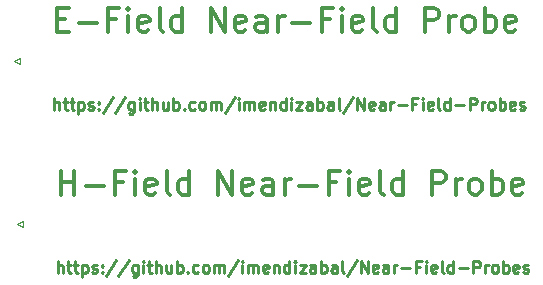
<source format=gbr>
%TF.GenerationSoftware,KiCad,Pcbnew,9.0.0*%
%TF.CreationDate,2025-03-22T15:43:37+01:00*%
%TF.ProjectId,Near-Field Probes,4e656172-2d46-4696-956c-642050726f62,1.0*%
%TF.SameCoordinates,Original*%
%TF.FileFunction,Legend,Top*%
%TF.FilePolarity,Positive*%
%FSLAX46Y46*%
G04 Gerber Fmt 4.6, Leading zero omitted, Abs format (unit mm)*
G04 Created by KiCad (PCBNEW 9.0.0) date 2025-03-22 15:43:37*
%MOMM*%
%LPD*%
G01*
G04 APERTURE LIST*
%ADD10C,0.300000*%
%ADD11C,0.250000*%
%ADD12C,0.120000*%
G04 APERTURE END LIST*
D10*
X59673558Y-114139638D02*
X59673558Y-112139638D01*
X59673558Y-113092019D02*
X60816415Y-113092019D01*
X60816415Y-114139638D02*
X60816415Y-112139638D01*
X61768796Y-113377733D02*
X63292606Y-113377733D01*
X64911653Y-113092019D02*
X64244986Y-113092019D01*
X64244986Y-114139638D02*
X64244986Y-112139638D01*
X64244986Y-112139638D02*
X65197367Y-112139638D01*
X65959272Y-114139638D02*
X65959272Y-112806304D01*
X65959272Y-112139638D02*
X65864034Y-112234876D01*
X65864034Y-112234876D02*
X65959272Y-112330114D01*
X65959272Y-112330114D02*
X66054510Y-112234876D01*
X66054510Y-112234876D02*
X65959272Y-112139638D01*
X65959272Y-112139638D02*
X65959272Y-112330114D01*
X67673558Y-114044400D02*
X67483082Y-114139638D01*
X67483082Y-114139638D02*
X67102129Y-114139638D01*
X67102129Y-114139638D02*
X66911653Y-114044400D01*
X66911653Y-114044400D02*
X66816415Y-113853923D01*
X66816415Y-113853923D02*
X66816415Y-113092019D01*
X66816415Y-113092019D02*
X66911653Y-112901542D01*
X66911653Y-112901542D02*
X67102129Y-112806304D01*
X67102129Y-112806304D02*
X67483082Y-112806304D01*
X67483082Y-112806304D02*
X67673558Y-112901542D01*
X67673558Y-112901542D02*
X67768796Y-113092019D01*
X67768796Y-113092019D02*
X67768796Y-113282495D01*
X67768796Y-113282495D02*
X66816415Y-113472971D01*
X68911653Y-114139638D02*
X68721177Y-114044400D01*
X68721177Y-114044400D02*
X68625939Y-113853923D01*
X68625939Y-113853923D02*
X68625939Y-112139638D01*
X70530701Y-114139638D02*
X70530701Y-112139638D01*
X70530701Y-114044400D02*
X70340225Y-114139638D01*
X70340225Y-114139638D02*
X69959272Y-114139638D01*
X69959272Y-114139638D02*
X69768796Y-114044400D01*
X69768796Y-114044400D02*
X69673558Y-113949161D01*
X69673558Y-113949161D02*
X69578320Y-113758685D01*
X69578320Y-113758685D02*
X69578320Y-113187257D01*
X69578320Y-113187257D02*
X69673558Y-112996780D01*
X69673558Y-112996780D02*
X69768796Y-112901542D01*
X69768796Y-112901542D02*
X69959272Y-112806304D01*
X69959272Y-112806304D02*
X70340225Y-112806304D01*
X70340225Y-112806304D02*
X70530701Y-112901542D01*
X73006892Y-114139638D02*
X73006892Y-112139638D01*
X73006892Y-112139638D02*
X74149749Y-114139638D01*
X74149749Y-114139638D02*
X74149749Y-112139638D01*
X75864035Y-114044400D02*
X75673559Y-114139638D01*
X75673559Y-114139638D02*
X75292606Y-114139638D01*
X75292606Y-114139638D02*
X75102130Y-114044400D01*
X75102130Y-114044400D02*
X75006892Y-113853923D01*
X75006892Y-113853923D02*
X75006892Y-113092019D01*
X75006892Y-113092019D02*
X75102130Y-112901542D01*
X75102130Y-112901542D02*
X75292606Y-112806304D01*
X75292606Y-112806304D02*
X75673559Y-112806304D01*
X75673559Y-112806304D02*
X75864035Y-112901542D01*
X75864035Y-112901542D02*
X75959273Y-113092019D01*
X75959273Y-113092019D02*
X75959273Y-113282495D01*
X75959273Y-113282495D02*
X75006892Y-113472971D01*
X77673559Y-114139638D02*
X77673559Y-113092019D01*
X77673559Y-113092019D02*
X77578321Y-112901542D01*
X77578321Y-112901542D02*
X77387845Y-112806304D01*
X77387845Y-112806304D02*
X77006892Y-112806304D01*
X77006892Y-112806304D02*
X76816416Y-112901542D01*
X77673559Y-114044400D02*
X77483083Y-114139638D01*
X77483083Y-114139638D02*
X77006892Y-114139638D01*
X77006892Y-114139638D02*
X76816416Y-114044400D01*
X76816416Y-114044400D02*
X76721178Y-113853923D01*
X76721178Y-113853923D02*
X76721178Y-113663447D01*
X76721178Y-113663447D02*
X76816416Y-113472971D01*
X76816416Y-113472971D02*
X77006892Y-113377733D01*
X77006892Y-113377733D02*
X77483083Y-113377733D01*
X77483083Y-113377733D02*
X77673559Y-113282495D01*
X78625940Y-114139638D02*
X78625940Y-112806304D01*
X78625940Y-113187257D02*
X78721178Y-112996780D01*
X78721178Y-112996780D02*
X78816416Y-112901542D01*
X78816416Y-112901542D02*
X79006892Y-112806304D01*
X79006892Y-112806304D02*
X79197369Y-112806304D01*
X79864035Y-113377733D02*
X81387845Y-113377733D01*
X83006892Y-113092019D02*
X82340225Y-113092019D01*
X82340225Y-114139638D02*
X82340225Y-112139638D01*
X82340225Y-112139638D02*
X83292606Y-112139638D01*
X84054511Y-114139638D02*
X84054511Y-112806304D01*
X84054511Y-112139638D02*
X83959273Y-112234876D01*
X83959273Y-112234876D02*
X84054511Y-112330114D01*
X84054511Y-112330114D02*
X84149749Y-112234876D01*
X84149749Y-112234876D02*
X84054511Y-112139638D01*
X84054511Y-112139638D02*
X84054511Y-112330114D01*
X85768797Y-114044400D02*
X85578321Y-114139638D01*
X85578321Y-114139638D02*
X85197368Y-114139638D01*
X85197368Y-114139638D02*
X85006892Y-114044400D01*
X85006892Y-114044400D02*
X84911654Y-113853923D01*
X84911654Y-113853923D02*
X84911654Y-113092019D01*
X84911654Y-113092019D02*
X85006892Y-112901542D01*
X85006892Y-112901542D02*
X85197368Y-112806304D01*
X85197368Y-112806304D02*
X85578321Y-112806304D01*
X85578321Y-112806304D02*
X85768797Y-112901542D01*
X85768797Y-112901542D02*
X85864035Y-113092019D01*
X85864035Y-113092019D02*
X85864035Y-113282495D01*
X85864035Y-113282495D02*
X84911654Y-113472971D01*
X87006892Y-114139638D02*
X86816416Y-114044400D01*
X86816416Y-114044400D02*
X86721178Y-113853923D01*
X86721178Y-113853923D02*
X86721178Y-112139638D01*
X88625940Y-114139638D02*
X88625940Y-112139638D01*
X88625940Y-114044400D02*
X88435464Y-114139638D01*
X88435464Y-114139638D02*
X88054511Y-114139638D01*
X88054511Y-114139638D02*
X87864035Y-114044400D01*
X87864035Y-114044400D02*
X87768797Y-113949161D01*
X87768797Y-113949161D02*
X87673559Y-113758685D01*
X87673559Y-113758685D02*
X87673559Y-113187257D01*
X87673559Y-113187257D02*
X87768797Y-112996780D01*
X87768797Y-112996780D02*
X87864035Y-112901542D01*
X87864035Y-112901542D02*
X88054511Y-112806304D01*
X88054511Y-112806304D02*
X88435464Y-112806304D01*
X88435464Y-112806304D02*
X88625940Y-112901542D01*
X91102131Y-114139638D02*
X91102131Y-112139638D01*
X91102131Y-112139638D02*
X91864036Y-112139638D01*
X91864036Y-112139638D02*
X92054512Y-112234876D01*
X92054512Y-112234876D02*
X92149750Y-112330114D01*
X92149750Y-112330114D02*
X92244988Y-112520590D01*
X92244988Y-112520590D02*
X92244988Y-112806304D01*
X92244988Y-112806304D02*
X92149750Y-112996780D01*
X92149750Y-112996780D02*
X92054512Y-113092019D01*
X92054512Y-113092019D02*
X91864036Y-113187257D01*
X91864036Y-113187257D02*
X91102131Y-113187257D01*
X93102131Y-114139638D02*
X93102131Y-112806304D01*
X93102131Y-113187257D02*
X93197369Y-112996780D01*
X93197369Y-112996780D02*
X93292607Y-112901542D01*
X93292607Y-112901542D02*
X93483083Y-112806304D01*
X93483083Y-112806304D02*
X93673560Y-112806304D01*
X94625940Y-114139638D02*
X94435464Y-114044400D01*
X94435464Y-114044400D02*
X94340226Y-113949161D01*
X94340226Y-113949161D02*
X94244988Y-113758685D01*
X94244988Y-113758685D02*
X94244988Y-113187257D01*
X94244988Y-113187257D02*
X94340226Y-112996780D01*
X94340226Y-112996780D02*
X94435464Y-112901542D01*
X94435464Y-112901542D02*
X94625940Y-112806304D01*
X94625940Y-112806304D02*
X94911655Y-112806304D01*
X94911655Y-112806304D02*
X95102131Y-112901542D01*
X95102131Y-112901542D02*
X95197369Y-112996780D01*
X95197369Y-112996780D02*
X95292607Y-113187257D01*
X95292607Y-113187257D02*
X95292607Y-113758685D01*
X95292607Y-113758685D02*
X95197369Y-113949161D01*
X95197369Y-113949161D02*
X95102131Y-114044400D01*
X95102131Y-114044400D02*
X94911655Y-114139638D01*
X94911655Y-114139638D02*
X94625940Y-114139638D01*
X96149750Y-114139638D02*
X96149750Y-112139638D01*
X96149750Y-112901542D02*
X96340226Y-112806304D01*
X96340226Y-112806304D02*
X96721179Y-112806304D01*
X96721179Y-112806304D02*
X96911655Y-112901542D01*
X96911655Y-112901542D02*
X97006893Y-112996780D01*
X97006893Y-112996780D02*
X97102131Y-113187257D01*
X97102131Y-113187257D02*
X97102131Y-113758685D01*
X97102131Y-113758685D02*
X97006893Y-113949161D01*
X97006893Y-113949161D02*
X96911655Y-114044400D01*
X96911655Y-114044400D02*
X96721179Y-114139638D01*
X96721179Y-114139638D02*
X96340226Y-114139638D01*
X96340226Y-114139638D02*
X96149750Y-114044400D01*
X98721179Y-114044400D02*
X98530703Y-114139638D01*
X98530703Y-114139638D02*
X98149750Y-114139638D01*
X98149750Y-114139638D02*
X97959274Y-114044400D01*
X97959274Y-114044400D02*
X97864036Y-113853923D01*
X97864036Y-113853923D02*
X97864036Y-113092019D01*
X97864036Y-113092019D02*
X97959274Y-112901542D01*
X97959274Y-112901542D02*
X98149750Y-112806304D01*
X98149750Y-112806304D02*
X98530703Y-112806304D01*
X98530703Y-112806304D02*
X98721179Y-112901542D01*
X98721179Y-112901542D02*
X98816417Y-113092019D01*
X98816417Y-113092019D02*
X98816417Y-113282495D01*
X98816417Y-113282495D02*
X97864036Y-113472971D01*
D11*
X59102568Y-106964619D02*
X59102568Y-105964619D01*
X59531139Y-106964619D02*
X59531139Y-106440809D01*
X59531139Y-106440809D02*
X59483520Y-106345571D01*
X59483520Y-106345571D02*
X59388282Y-106297952D01*
X59388282Y-106297952D02*
X59245425Y-106297952D01*
X59245425Y-106297952D02*
X59150187Y-106345571D01*
X59150187Y-106345571D02*
X59102568Y-106393190D01*
X59864473Y-106297952D02*
X60245425Y-106297952D01*
X60007330Y-105964619D02*
X60007330Y-106821761D01*
X60007330Y-106821761D02*
X60054949Y-106917000D01*
X60054949Y-106917000D02*
X60150187Y-106964619D01*
X60150187Y-106964619D02*
X60245425Y-106964619D01*
X60435902Y-106297952D02*
X60816854Y-106297952D01*
X60578759Y-105964619D02*
X60578759Y-106821761D01*
X60578759Y-106821761D02*
X60626378Y-106917000D01*
X60626378Y-106917000D02*
X60721616Y-106964619D01*
X60721616Y-106964619D02*
X60816854Y-106964619D01*
X61150188Y-106297952D02*
X61150188Y-107297952D01*
X61150188Y-106345571D02*
X61245426Y-106297952D01*
X61245426Y-106297952D02*
X61435902Y-106297952D01*
X61435902Y-106297952D02*
X61531140Y-106345571D01*
X61531140Y-106345571D02*
X61578759Y-106393190D01*
X61578759Y-106393190D02*
X61626378Y-106488428D01*
X61626378Y-106488428D02*
X61626378Y-106774142D01*
X61626378Y-106774142D02*
X61578759Y-106869380D01*
X61578759Y-106869380D02*
X61531140Y-106917000D01*
X61531140Y-106917000D02*
X61435902Y-106964619D01*
X61435902Y-106964619D02*
X61245426Y-106964619D01*
X61245426Y-106964619D02*
X61150188Y-106917000D01*
X62007331Y-106917000D02*
X62102569Y-106964619D01*
X62102569Y-106964619D02*
X62293045Y-106964619D01*
X62293045Y-106964619D02*
X62388283Y-106917000D01*
X62388283Y-106917000D02*
X62435902Y-106821761D01*
X62435902Y-106821761D02*
X62435902Y-106774142D01*
X62435902Y-106774142D02*
X62388283Y-106678904D01*
X62388283Y-106678904D02*
X62293045Y-106631285D01*
X62293045Y-106631285D02*
X62150188Y-106631285D01*
X62150188Y-106631285D02*
X62054950Y-106583666D01*
X62054950Y-106583666D02*
X62007331Y-106488428D01*
X62007331Y-106488428D02*
X62007331Y-106440809D01*
X62007331Y-106440809D02*
X62054950Y-106345571D01*
X62054950Y-106345571D02*
X62150188Y-106297952D01*
X62150188Y-106297952D02*
X62293045Y-106297952D01*
X62293045Y-106297952D02*
X62388283Y-106345571D01*
X62864474Y-106869380D02*
X62912093Y-106917000D01*
X62912093Y-106917000D02*
X62864474Y-106964619D01*
X62864474Y-106964619D02*
X62816855Y-106917000D01*
X62816855Y-106917000D02*
X62864474Y-106869380D01*
X62864474Y-106869380D02*
X62864474Y-106964619D01*
X62864474Y-106345571D02*
X62912093Y-106393190D01*
X62912093Y-106393190D02*
X62864474Y-106440809D01*
X62864474Y-106440809D02*
X62816855Y-106393190D01*
X62816855Y-106393190D02*
X62864474Y-106345571D01*
X62864474Y-106345571D02*
X62864474Y-106440809D01*
X64054949Y-105917000D02*
X63197807Y-107202714D01*
X65102568Y-105917000D02*
X64245426Y-107202714D01*
X65864473Y-106297952D02*
X65864473Y-107107476D01*
X65864473Y-107107476D02*
X65816854Y-107202714D01*
X65816854Y-107202714D02*
X65769235Y-107250333D01*
X65769235Y-107250333D02*
X65673997Y-107297952D01*
X65673997Y-107297952D02*
X65531140Y-107297952D01*
X65531140Y-107297952D02*
X65435902Y-107250333D01*
X65864473Y-106917000D02*
X65769235Y-106964619D01*
X65769235Y-106964619D02*
X65578759Y-106964619D01*
X65578759Y-106964619D02*
X65483521Y-106917000D01*
X65483521Y-106917000D02*
X65435902Y-106869380D01*
X65435902Y-106869380D02*
X65388283Y-106774142D01*
X65388283Y-106774142D02*
X65388283Y-106488428D01*
X65388283Y-106488428D02*
X65435902Y-106393190D01*
X65435902Y-106393190D02*
X65483521Y-106345571D01*
X65483521Y-106345571D02*
X65578759Y-106297952D01*
X65578759Y-106297952D02*
X65769235Y-106297952D01*
X65769235Y-106297952D02*
X65864473Y-106345571D01*
X66340664Y-106964619D02*
X66340664Y-106297952D01*
X66340664Y-105964619D02*
X66293045Y-106012238D01*
X66293045Y-106012238D02*
X66340664Y-106059857D01*
X66340664Y-106059857D02*
X66388283Y-106012238D01*
X66388283Y-106012238D02*
X66340664Y-105964619D01*
X66340664Y-105964619D02*
X66340664Y-106059857D01*
X66673997Y-106297952D02*
X67054949Y-106297952D01*
X66816854Y-105964619D02*
X66816854Y-106821761D01*
X66816854Y-106821761D02*
X66864473Y-106917000D01*
X66864473Y-106917000D02*
X66959711Y-106964619D01*
X66959711Y-106964619D02*
X67054949Y-106964619D01*
X67388283Y-106964619D02*
X67388283Y-105964619D01*
X67816854Y-106964619D02*
X67816854Y-106440809D01*
X67816854Y-106440809D02*
X67769235Y-106345571D01*
X67769235Y-106345571D02*
X67673997Y-106297952D01*
X67673997Y-106297952D02*
X67531140Y-106297952D01*
X67531140Y-106297952D02*
X67435902Y-106345571D01*
X67435902Y-106345571D02*
X67388283Y-106393190D01*
X68721616Y-106297952D02*
X68721616Y-106964619D01*
X68293045Y-106297952D02*
X68293045Y-106821761D01*
X68293045Y-106821761D02*
X68340664Y-106917000D01*
X68340664Y-106917000D02*
X68435902Y-106964619D01*
X68435902Y-106964619D02*
X68578759Y-106964619D01*
X68578759Y-106964619D02*
X68673997Y-106917000D01*
X68673997Y-106917000D02*
X68721616Y-106869380D01*
X69197807Y-106964619D02*
X69197807Y-105964619D01*
X69197807Y-106345571D02*
X69293045Y-106297952D01*
X69293045Y-106297952D02*
X69483521Y-106297952D01*
X69483521Y-106297952D02*
X69578759Y-106345571D01*
X69578759Y-106345571D02*
X69626378Y-106393190D01*
X69626378Y-106393190D02*
X69673997Y-106488428D01*
X69673997Y-106488428D02*
X69673997Y-106774142D01*
X69673997Y-106774142D02*
X69626378Y-106869380D01*
X69626378Y-106869380D02*
X69578759Y-106917000D01*
X69578759Y-106917000D02*
X69483521Y-106964619D01*
X69483521Y-106964619D02*
X69293045Y-106964619D01*
X69293045Y-106964619D02*
X69197807Y-106917000D01*
X70102569Y-106869380D02*
X70150188Y-106917000D01*
X70150188Y-106917000D02*
X70102569Y-106964619D01*
X70102569Y-106964619D02*
X70054950Y-106917000D01*
X70054950Y-106917000D02*
X70102569Y-106869380D01*
X70102569Y-106869380D02*
X70102569Y-106964619D01*
X71007330Y-106917000D02*
X70912092Y-106964619D01*
X70912092Y-106964619D02*
X70721616Y-106964619D01*
X70721616Y-106964619D02*
X70626378Y-106917000D01*
X70626378Y-106917000D02*
X70578759Y-106869380D01*
X70578759Y-106869380D02*
X70531140Y-106774142D01*
X70531140Y-106774142D02*
X70531140Y-106488428D01*
X70531140Y-106488428D02*
X70578759Y-106393190D01*
X70578759Y-106393190D02*
X70626378Y-106345571D01*
X70626378Y-106345571D02*
X70721616Y-106297952D01*
X70721616Y-106297952D02*
X70912092Y-106297952D01*
X70912092Y-106297952D02*
X71007330Y-106345571D01*
X71578759Y-106964619D02*
X71483521Y-106917000D01*
X71483521Y-106917000D02*
X71435902Y-106869380D01*
X71435902Y-106869380D02*
X71388283Y-106774142D01*
X71388283Y-106774142D02*
X71388283Y-106488428D01*
X71388283Y-106488428D02*
X71435902Y-106393190D01*
X71435902Y-106393190D02*
X71483521Y-106345571D01*
X71483521Y-106345571D02*
X71578759Y-106297952D01*
X71578759Y-106297952D02*
X71721616Y-106297952D01*
X71721616Y-106297952D02*
X71816854Y-106345571D01*
X71816854Y-106345571D02*
X71864473Y-106393190D01*
X71864473Y-106393190D02*
X71912092Y-106488428D01*
X71912092Y-106488428D02*
X71912092Y-106774142D01*
X71912092Y-106774142D02*
X71864473Y-106869380D01*
X71864473Y-106869380D02*
X71816854Y-106917000D01*
X71816854Y-106917000D02*
X71721616Y-106964619D01*
X71721616Y-106964619D02*
X71578759Y-106964619D01*
X72340664Y-106964619D02*
X72340664Y-106297952D01*
X72340664Y-106393190D02*
X72388283Y-106345571D01*
X72388283Y-106345571D02*
X72483521Y-106297952D01*
X72483521Y-106297952D02*
X72626378Y-106297952D01*
X72626378Y-106297952D02*
X72721616Y-106345571D01*
X72721616Y-106345571D02*
X72769235Y-106440809D01*
X72769235Y-106440809D02*
X72769235Y-106964619D01*
X72769235Y-106440809D02*
X72816854Y-106345571D01*
X72816854Y-106345571D02*
X72912092Y-106297952D01*
X72912092Y-106297952D02*
X73054949Y-106297952D01*
X73054949Y-106297952D02*
X73150188Y-106345571D01*
X73150188Y-106345571D02*
X73197807Y-106440809D01*
X73197807Y-106440809D02*
X73197807Y-106964619D01*
X74388282Y-105917000D02*
X73531140Y-107202714D01*
X74721616Y-106964619D02*
X74721616Y-106297952D01*
X74721616Y-105964619D02*
X74673997Y-106012238D01*
X74673997Y-106012238D02*
X74721616Y-106059857D01*
X74721616Y-106059857D02*
X74769235Y-106012238D01*
X74769235Y-106012238D02*
X74721616Y-105964619D01*
X74721616Y-105964619D02*
X74721616Y-106059857D01*
X75197806Y-106964619D02*
X75197806Y-106297952D01*
X75197806Y-106393190D02*
X75245425Y-106345571D01*
X75245425Y-106345571D02*
X75340663Y-106297952D01*
X75340663Y-106297952D02*
X75483520Y-106297952D01*
X75483520Y-106297952D02*
X75578758Y-106345571D01*
X75578758Y-106345571D02*
X75626377Y-106440809D01*
X75626377Y-106440809D02*
X75626377Y-106964619D01*
X75626377Y-106440809D02*
X75673996Y-106345571D01*
X75673996Y-106345571D02*
X75769234Y-106297952D01*
X75769234Y-106297952D02*
X75912091Y-106297952D01*
X75912091Y-106297952D02*
X76007330Y-106345571D01*
X76007330Y-106345571D02*
X76054949Y-106440809D01*
X76054949Y-106440809D02*
X76054949Y-106964619D01*
X76912091Y-106917000D02*
X76816853Y-106964619D01*
X76816853Y-106964619D02*
X76626377Y-106964619D01*
X76626377Y-106964619D02*
X76531139Y-106917000D01*
X76531139Y-106917000D02*
X76483520Y-106821761D01*
X76483520Y-106821761D02*
X76483520Y-106440809D01*
X76483520Y-106440809D02*
X76531139Y-106345571D01*
X76531139Y-106345571D02*
X76626377Y-106297952D01*
X76626377Y-106297952D02*
X76816853Y-106297952D01*
X76816853Y-106297952D02*
X76912091Y-106345571D01*
X76912091Y-106345571D02*
X76959710Y-106440809D01*
X76959710Y-106440809D02*
X76959710Y-106536047D01*
X76959710Y-106536047D02*
X76483520Y-106631285D01*
X77388282Y-106297952D02*
X77388282Y-106964619D01*
X77388282Y-106393190D02*
X77435901Y-106345571D01*
X77435901Y-106345571D02*
X77531139Y-106297952D01*
X77531139Y-106297952D02*
X77673996Y-106297952D01*
X77673996Y-106297952D02*
X77769234Y-106345571D01*
X77769234Y-106345571D02*
X77816853Y-106440809D01*
X77816853Y-106440809D02*
X77816853Y-106964619D01*
X78721615Y-106964619D02*
X78721615Y-105964619D01*
X78721615Y-106917000D02*
X78626377Y-106964619D01*
X78626377Y-106964619D02*
X78435901Y-106964619D01*
X78435901Y-106964619D02*
X78340663Y-106917000D01*
X78340663Y-106917000D02*
X78293044Y-106869380D01*
X78293044Y-106869380D02*
X78245425Y-106774142D01*
X78245425Y-106774142D02*
X78245425Y-106488428D01*
X78245425Y-106488428D02*
X78293044Y-106393190D01*
X78293044Y-106393190D02*
X78340663Y-106345571D01*
X78340663Y-106345571D02*
X78435901Y-106297952D01*
X78435901Y-106297952D02*
X78626377Y-106297952D01*
X78626377Y-106297952D02*
X78721615Y-106345571D01*
X79197806Y-106964619D02*
X79197806Y-106297952D01*
X79197806Y-105964619D02*
X79150187Y-106012238D01*
X79150187Y-106012238D02*
X79197806Y-106059857D01*
X79197806Y-106059857D02*
X79245425Y-106012238D01*
X79245425Y-106012238D02*
X79197806Y-105964619D01*
X79197806Y-105964619D02*
X79197806Y-106059857D01*
X79578758Y-106297952D02*
X80102567Y-106297952D01*
X80102567Y-106297952D02*
X79578758Y-106964619D01*
X79578758Y-106964619D02*
X80102567Y-106964619D01*
X80912091Y-106964619D02*
X80912091Y-106440809D01*
X80912091Y-106440809D02*
X80864472Y-106345571D01*
X80864472Y-106345571D02*
X80769234Y-106297952D01*
X80769234Y-106297952D02*
X80578758Y-106297952D01*
X80578758Y-106297952D02*
X80483520Y-106345571D01*
X80912091Y-106917000D02*
X80816853Y-106964619D01*
X80816853Y-106964619D02*
X80578758Y-106964619D01*
X80578758Y-106964619D02*
X80483520Y-106917000D01*
X80483520Y-106917000D02*
X80435901Y-106821761D01*
X80435901Y-106821761D02*
X80435901Y-106726523D01*
X80435901Y-106726523D02*
X80483520Y-106631285D01*
X80483520Y-106631285D02*
X80578758Y-106583666D01*
X80578758Y-106583666D02*
X80816853Y-106583666D01*
X80816853Y-106583666D02*
X80912091Y-106536047D01*
X81388282Y-106964619D02*
X81388282Y-105964619D01*
X81388282Y-106345571D02*
X81483520Y-106297952D01*
X81483520Y-106297952D02*
X81673996Y-106297952D01*
X81673996Y-106297952D02*
X81769234Y-106345571D01*
X81769234Y-106345571D02*
X81816853Y-106393190D01*
X81816853Y-106393190D02*
X81864472Y-106488428D01*
X81864472Y-106488428D02*
X81864472Y-106774142D01*
X81864472Y-106774142D02*
X81816853Y-106869380D01*
X81816853Y-106869380D02*
X81769234Y-106917000D01*
X81769234Y-106917000D02*
X81673996Y-106964619D01*
X81673996Y-106964619D02*
X81483520Y-106964619D01*
X81483520Y-106964619D02*
X81388282Y-106917000D01*
X82721615Y-106964619D02*
X82721615Y-106440809D01*
X82721615Y-106440809D02*
X82673996Y-106345571D01*
X82673996Y-106345571D02*
X82578758Y-106297952D01*
X82578758Y-106297952D02*
X82388282Y-106297952D01*
X82388282Y-106297952D02*
X82293044Y-106345571D01*
X82721615Y-106917000D02*
X82626377Y-106964619D01*
X82626377Y-106964619D02*
X82388282Y-106964619D01*
X82388282Y-106964619D02*
X82293044Y-106917000D01*
X82293044Y-106917000D02*
X82245425Y-106821761D01*
X82245425Y-106821761D02*
X82245425Y-106726523D01*
X82245425Y-106726523D02*
X82293044Y-106631285D01*
X82293044Y-106631285D02*
X82388282Y-106583666D01*
X82388282Y-106583666D02*
X82626377Y-106583666D01*
X82626377Y-106583666D02*
X82721615Y-106536047D01*
X83340663Y-106964619D02*
X83245425Y-106917000D01*
X83245425Y-106917000D02*
X83197806Y-106821761D01*
X83197806Y-106821761D02*
X83197806Y-105964619D01*
X84435901Y-105917000D02*
X83578759Y-107202714D01*
X84769235Y-106964619D02*
X84769235Y-105964619D01*
X84769235Y-105964619D02*
X85340663Y-106964619D01*
X85340663Y-106964619D02*
X85340663Y-105964619D01*
X86197806Y-106917000D02*
X86102568Y-106964619D01*
X86102568Y-106964619D02*
X85912092Y-106964619D01*
X85912092Y-106964619D02*
X85816854Y-106917000D01*
X85816854Y-106917000D02*
X85769235Y-106821761D01*
X85769235Y-106821761D02*
X85769235Y-106440809D01*
X85769235Y-106440809D02*
X85816854Y-106345571D01*
X85816854Y-106345571D02*
X85912092Y-106297952D01*
X85912092Y-106297952D02*
X86102568Y-106297952D01*
X86102568Y-106297952D02*
X86197806Y-106345571D01*
X86197806Y-106345571D02*
X86245425Y-106440809D01*
X86245425Y-106440809D02*
X86245425Y-106536047D01*
X86245425Y-106536047D02*
X85769235Y-106631285D01*
X87102568Y-106964619D02*
X87102568Y-106440809D01*
X87102568Y-106440809D02*
X87054949Y-106345571D01*
X87054949Y-106345571D02*
X86959711Y-106297952D01*
X86959711Y-106297952D02*
X86769235Y-106297952D01*
X86769235Y-106297952D02*
X86673997Y-106345571D01*
X87102568Y-106917000D02*
X87007330Y-106964619D01*
X87007330Y-106964619D02*
X86769235Y-106964619D01*
X86769235Y-106964619D02*
X86673997Y-106917000D01*
X86673997Y-106917000D02*
X86626378Y-106821761D01*
X86626378Y-106821761D02*
X86626378Y-106726523D01*
X86626378Y-106726523D02*
X86673997Y-106631285D01*
X86673997Y-106631285D02*
X86769235Y-106583666D01*
X86769235Y-106583666D02*
X87007330Y-106583666D01*
X87007330Y-106583666D02*
X87102568Y-106536047D01*
X87578759Y-106964619D02*
X87578759Y-106297952D01*
X87578759Y-106488428D02*
X87626378Y-106393190D01*
X87626378Y-106393190D02*
X87673997Y-106345571D01*
X87673997Y-106345571D02*
X87769235Y-106297952D01*
X87769235Y-106297952D02*
X87864473Y-106297952D01*
X88197807Y-106583666D02*
X88959712Y-106583666D01*
X89769235Y-106440809D02*
X89435902Y-106440809D01*
X89435902Y-106964619D02*
X89435902Y-105964619D01*
X89435902Y-105964619D02*
X89912092Y-105964619D01*
X90293045Y-106964619D02*
X90293045Y-106297952D01*
X90293045Y-105964619D02*
X90245426Y-106012238D01*
X90245426Y-106012238D02*
X90293045Y-106059857D01*
X90293045Y-106059857D02*
X90340664Y-106012238D01*
X90340664Y-106012238D02*
X90293045Y-105964619D01*
X90293045Y-105964619D02*
X90293045Y-106059857D01*
X91150187Y-106917000D02*
X91054949Y-106964619D01*
X91054949Y-106964619D02*
X90864473Y-106964619D01*
X90864473Y-106964619D02*
X90769235Y-106917000D01*
X90769235Y-106917000D02*
X90721616Y-106821761D01*
X90721616Y-106821761D02*
X90721616Y-106440809D01*
X90721616Y-106440809D02*
X90769235Y-106345571D01*
X90769235Y-106345571D02*
X90864473Y-106297952D01*
X90864473Y-106297952D02*
X91054949Y-106297952D01*
X91054949Y-106297952D02*
X91150187Y-106345571D01*
X91150187Y-106345571D02*
X91197806Y-106440809D01*
X91197806Y-106440809D02*
X91197806Y-106536047D01*
X91197806Y-106536047D02*
X90721616Y-106631285D01*
X91769235Y-106964619D02*
X91673997Y-106917000D01*
X91673997Y-106917000D02*
X91626378Y-106821761D01*
X91626378Y-106821761D02*
X91626378Y-105964619D01*
X92578759Y-106964619D02*
X92578759Y-105964619D01*
X92578759Y-106917000D02*
X92483521Y-106964619D01*
X92483521Y-106964619D02*
X92293045Y-106964619D01*
X92293045Y-106964619D02*
X92197807Y-106917000D01*
X92197807Y-106917000D02*
X92150188Y-106869380D01*
X92150188Y-106869380D02*
X92102569Y-106774142D01*
X92102569Y-106774142D02*
X92102569Y-106488428D01*
X92102569Y-106488428D02*
X92150188Y-106393190D01*
X92150188Y-106393190D02*
X92197807Y-106345571D01*
X92197807Y-106345571D02*
X92293045Y-106297952D01*
X92293045Y-106297952D02*
X92483521Y-106297952D01*
X92483521Y-106297952D02*
X92578759Y-106345571D01*
X93054950Y-106583666D02*
X93816855Y-106583666D01*
X94293045Y-106964619D02*
X94293045Y-105964619D01*
X94293045Y-105964619D02*
X94673997Y-105964619D01*
X94673997Y-105964619D02*
X94769235Y-106012238D01*
X94769235Y-106012238D02*
X94816854Y-106059857D01*
X94816854Y-106059857D02*
X94864473Y-106155095D01*
X94864473Y-106155095D02*
X94864473Y-106297952D01*
X94864473Y-106297952D02*
X94816854Y-106393190D01*
X94816854Y-106393190D02*
X94769235Y-106440809D01*
X94769235Y-106440809D02*
X94673997Y-106488428D01*
X94673997Y-106488428D02*
X94293045Y-106488428D01*
X95293045Y-106964619D02*
X95293045Y-106297952D01*
X95293045Y-106488428D02*
X95340664Y-106393190D01*
X95340664Y-106393190D02*
X95388283Y-106345571D01*
X95388283Y-106345571D02*
X95483521Y-106297952D01*
X95483521Y-106297952D02*
X95578759Y-106297952D01*
X96054950Y-106964619D02*
X95959712Y-106917000D01*
X95959712Y-106917000D02*
X95912093Y-106869380D01*
X95912093Y-106869380D02*
X95864474Y-106774142D01*
X95864474Y-106774142D02*
X95864474Y-106488428D01*
X95864474Y-106488428D02*
X95912093Y-106393190D01*
X95912093Y-106393190D02*
X95959712Y-106345571D01*
X95959712Y-106345571D02*
X96054950Y-106297952D01*
X96054950Y-106297952D02*
X96197807Y-106297952D01*
X96197807Y-106297952D02*
X96293045Y-106345571D01*
X96293045Y-106345571D02*
X96340664Y-106393190D01*
X96340664Y-106393190D02*
X96388283Y-106488428D01*
X96388283Y-106488428D02*
X96388283Y-106774142D01*
X96388283Y-106774142D02*
X96340664Y-106869380D01*
X96340664Y-106869380D02*
X96293045Y-106917000D01*
X96293045Y-106917000D02*
X96197807Y-106964619D01*
X96197807Y-106964619D02*
X96054950Y-106964619D01*
X96816855Y-106964619D02*
X96816855Y-105964619D01*
X96816855Y-106345571D02*
X96912093Y-106297952D01*
X96912093Y-106297952D02*
X97102569Y-106297952D01*
X97102569Y-106297952D02*
X97197807Y-106345571D01*
X97197807Y-106345571D02*
X97245426Y-106393190D01*
X97245426Y-106393190D02*
X97293045Y-106488428D01*
X97293045Y-106488428D02*
X97293045Y-106774142D01*
X97293045Y-106774142D02*
X97245426Y-106869380D01*
X97245426Y-106869380D02*
X97197807Y-106917000D01*
X97197807Y-106917000D02*
X97102569Y-106964619D01*
X97102569Y-106964619D02*
X96912093Y-106964619D01*
X96912093Y-106964619D02*
X96816855Y-106917000D01*
X98102569Y-106917000D02*
X98007331Y-106964619D01*
X98007331Y-106964619D02*
X97816855Y-106964619D01*
X97816855Y-106964619D02*
X97721617Y-106917000D01*
X97721617Y-106917000D02*
X97673998Y-106821761D01*
X97673998Y-106821761D02*
X97673998Y-106440809D01*
X97673998Y-106440809D02*
X97721617Y-106345571D01*
X97721617Y-106345571D02*
X97816855Y-106297952D01*
X97816855Y-106297952D02*
X98007331Y-106297952D01*
X98007331Y-106297952D02*
X98102569Y-106345571D01*
X98102569Y-106345571D02*
X98150188Y-106440809D01*
X98150188Y-106440809D02*
X98150188Y-106536047D01*
X98150188Y-106536047D02*
X97673998Y-106631285D01*
X98531141Y-106917000D02*
X98626379Y-106964619D01*
X98626379Y-106964619D02*
X98816855Y-106964619D01*
X98816855Y-106964619D02*
X98912093Y-106917000D01*
X98912093Y-106917000D02*
X98959712Y-106821761D01*
X98959712Y-106821761D02*
X98959712Y-106774142D01*
X98959712Y-106774142D02*
X98912093Y-106678904D01*
X98912093Y-106678904D02*
X98816855Y-106631285D01*
X98816855Y-106631285D02*
X98673998Y-106631285D01*
X98673998Y-106631285D02*
X98578760Y-106583666D01*
X98578760Y-106583666D02*
X98531141Y-106488428D01*
X98531141Y-106488428D02*
X98531141Y-106440809D01*
X98531141Y-106440809D02*
X98578760Y-106345571D01*
X98578760Y-106345571D02*
X98673998Y-106297952D01*
X98673998Y-106297952D02*
X98816855Y-106297952D01*
X98816855Y-106297952D02*
X98912093Y-106345571D01*
X59402568Y-120764619D02*
X59402568Y-119764619D01*
X59831139Y-120764619D02*
X59831139Y-120240809D01*
X59831139Y-120240809D02*
X59783520Y-120145571D01*
X59783520Y-120145571D02*
X59688282Y-120097952D01*
X59688282Y-120097952D02*
X59545425Y-120097952D01*
X59545425Y-120097952D02*
X59450187Y-120145571D01*
X59450187Y-120145571D02*
X59402568Y-120193190D01*
X60164473Y-120097952D02*
X60545425Y-120097952D01*
X60307330Y-119764619D02*
X60307330Y-120621761D01*
X60307330Y-120621761D02*
X60354949Y-120717000D01*
X60354949Y-120717000D02*
X60450187Y-120764619D01*
X60450187Y-120764619D02*
X60545425Y-120764619D01*
X60735902Y-120097952D02*
X61116854Y-120097952D01*
X60878759Y-119764619D02*
X60878759Y-120621761D01*
X60878759Y-120621761D02*
X60926378Y-120717000D01*
X60926378Y-120717000D02*
X61021616Y-120764619D01*
X61021616Y-120764619D02*
X61116854Y-120764619D01*
X61450188Y-120097952D02*
X61450188Y-121097952D01*
X61450188Y-120145571D02*
X61545426Y-120097952D01*
X61545426Y-120097952D02*
X61735902Y-120097952D01*
X61735902Y-120097952D02*
X61831140Y-120145571D01*
X61831140Y-120145571D02*
X61878759Y-120193190D01*
X61878759Y-120193190D02*
X61926378Y-120288428D01*
X61926378Y-120288428D02*
X61926378Y-120574142D01*
X61926378Y-120574142D02*
X61878759Y-120669380D01*
X61878759Y-120669380D02*
X61831140Y-120717000D01*
X61831140Y-120717000D02*
X61735902Y-120764619D01*
X61735902Y-120764619D02*
X61545426Y-120764619D01*
X61545426Y-120764619D02*
X61450188Y-120717000D01*
X62307331Y-120717000D02*
X62402569Y-120764619D01*
X62402569Y-120764619D02*
X62593045Y-120764619D01*
X62593045Y-120764619D02*
X62688283Y-120717000D01*
X62688283Y-120717000D02*
X62735902Y-120621761D01*
X62735902Y-120621761D02*
X62735902Y-120574142D01*
X62735902Y-120574142D02*
X62688283Y-120478904D01*
X62688283Y-120478904D02*
X62593045Y-120431285D01*
X62593045Y-120431285D02*
X62450188Y-120431285D01*
X62450188Y-120431285D02*
X62354950Y-120383666D01*
X62354950Y-120383666D02*
X62307331Y-120288428D01*
X62307331Y-120288428D02*
X62307331Y-120240809D01*
X62307331Y-120240809D02*
X62354950Y-120145571D01*
X62354950Y-120145571D02*
X62450188Y-120097952D01*
X62450188Y-120097952D02*
X62593045Y-120097952D01*
X62593045Y-120097952D02*
X62688283Y-120145571D01*
X63164474Y-120669380D02*
X63212093Y-120717000D01*
X63212093Y-120717000D02*
X63164474Y-120764619D01*
X63164474Y-120764619D02*
X63116855Y-120717000D01*
X63116855Y-120717000D02*
X63164474Y-120669380D01*
X63164474Y-120669380D02*
X63164474Y-120764619D01*
X63164474Y-120145571D02*
X63212093Y-120193190D01*
X63212093Y-120193190D02*
X63164474Y-120240809D01*
X63164474Y-120240809D02*
X63116855Y-120193190D01*
X63116855Y-120193190D02*
X63164474Y-120145571D01*
X63164474Y-120145571D02*
X63164474Y-120240809D01*
X64354949Y-119717000D02*
X63497807Y-121002714D01*
X65402568Y-119717000D02*
X64545426Y-121002714D01*
X66164473Y-120097952D02*
X66164473Y-120907476D01*
X66164473Y-120907476D02*
X66116854Y-121002714D01*
X66116854Y-121002714D02*
X66069235Y-121050333D01*
X66069235Y-121050333D02*
X65973997Y-121097952D01*
X65973997Y-121097952D02*
X65831140Y-121097952D01*
X65831140Y-121097952D02*
X65735902Y-121050333D01*
X66164473Y-120717000D02*
X66069235Y-120764619D01*
X66069235Y-120764619D02*
X65878759Y-120764619D01*
X65878759Y-120764619D02*
X65783521Y-120717000D01*
X65783521Y-120717000D02*
X65735902Y-120669380D01*
X65735902Y-120669380D02*
X65688283Y-120574142D01*
X65688283Y-120574142D02*
X65688283Y-120288428D01*
X65688283Y-120288428D02*
X65735902Y-120193190D01*
X65735902Y-120193190D02*
X65783521Y-120145571D01*
X65783521Y-120145571D02*
X65878759Y-120097952D01*
X65878759Y-120097952D02*
X66069235Y-120097952D01*
X66069235Y-120097952D02*
X66164473Y-120145571D01*
X66640664Y-120764619D02*
X66640664Y-120097952D01*
X66640664Y-119764619D02*
X66593045Y-119812238D01*
X66593045Y-119812238D02*
X66640664Y-119859857D01*
X66640664Y-119859857D02*
X66688283Y-119812238D01*
X66688283Y-119812238D02*
X66640664Y-119764619D01*
X66640664Y-119764619D02*
X66640664Y-119859857D01*
X66973997Y-120097952D02*
X67354949Y-120097952D01*
X67116854Y-119764619D02*
X67116854Y-120621761D01*
X67116854Y-120621761D02*
X67164473Y-120717000D01*
X67164473Y-120717000D02*
X67259711Y-120764619D01*
X67259711Y-120764619D02*
X67354949Y-120764619D01*
X67688283Y-120764619D02*
X67688283Y-119764619D01*
X68116854Y-120764619D02*
X68116854Y-120240809D01*
X68116854Y-120240809D02*
X68069235Y-120145571D01*
X68069235Y-120145571D02*
X67973997Y-120097952D01*
X67973997Y-120097952D02*
X67831140Y-120097952D01*
X67831140Y-120097952D02*
X67735902Y-120145571D01*
X67735902Y-120145571D02*
X67688283Y-120193190D01*
X69021616Y-120097952D02*
X69021616Y-120764619D01*
X68593045Y-120097952D02*
X68593045Y-120621761D01*
X68593045Y-120621761D02*
X68640664Y-120717000D01*
X68640664Y-120717000D02*
X68735902Y-120764619D01*
X68735902Y-120764619D02*
X68878759Y-120764619D01*
X68878759Y-120764619D02*
X68973997Y-120717000D01*
X68973997Y-120717000D02*
X69021616Y-120669380D01*
X69497807Y-120764619D02*
X69497807Y-119764619D01*
X69497807Y-120145571D02*
X69593045Y-120097952D01*
X69593045Y-120097952D02*
X69783521Y-120097952D01*
X69783521Y-120097952D02*
X69878759Y-120145571D01*
X69878759Y-120145571D02*
X69926378Y-120193190D01*
X69926378Y-120193190D02*
X69973997Y-120288428D01*
X69973997Y-120288428D02*
X69973997Y-120574142D01*
X69973997Y-120574142D02*
X69926378Y-120669380D01*
X69926378Y-120669380D02*
X69878759Y-120717000D01*
X69878759Y-120717000D02*
X69783521Y-120764619D01*
X69783521Y-120764619D02*
X69593045Y-120764619D01*
X69593045Y-120764619D02*
X69497807Y-120717000D01*
X70402569Y-120669380D02*
X70450188Y-120717000D01*
X70450188Y-120717000D02*
X70402569Y-120764619D01*
X70402569Y-120764619D02*
X70354950Y-120717000D01*
X70354950Y-120717000D02*
X70402569Y-120669380D01*
X70402569Y-120669380D02*
X70402569Y-120764619D01*
X71307330Y-120717000D02*
X71212092Y-120764619D01*
X71212092Y-120764619D02*
X71021616Y-120764619D01*
X71021616Y-120764619D02*
X70926378Y-120717000D01*
X70926378Y-120717000D02*
X70878759Y-120669380D01*
X70878759Y-120669380D02*
X70831140Y-120574142D01*
X70831140Y-120574142D02*
X70831140Y-120288428D01*
X70831140Y-120288428D02*
X70878759Y-120193190D01*
X70878759Y-120193190D02*
X70926378Y-120145571D01*
X70926378Y-120145571D02*
X71021616Y-120097952D01*
X71021616Y-120097952D02*
X71212092Y-120097952D01*
X71212092Y-120097952D02*
X71307330Y-120145571D01*
X71878759Y-120764619D02*
X71783521Y-120717000D01*
X71783521Y-120717000D02*
X71735902Y-120669380D01*
X71735902Y-120669380D02*
X71688283Y-120574142D01*
X71688283Y-120574142D02*
X71688283Y-120288428D01*
X71688283Y-120288428D02*
X71735902Y-120193190D01*
X71735902Y-120193190D02*
X71783521Y-120145571D01*
X71783521Y-120145571D02*
X71878759Y-120097952D01*
X71878759Y-120097952D02*
X72021616Y-120097952D01*
X72021616Y-120097952D02*
X72116854Y-120145571D01*
X72116854Y-120145571D02*
X72164473Y-120193190D01*
X72164473Y-120193190D02*
X72212092Y-120288428D01*
X72212092Y-120288428D02*
X72212092Y-120574142D01*
X72212092Y-120574142D02*
X72164473Y-120669380D01*
X72164473Y-120669380D02*
X72116854Y-120717000D01*
X72116854Y-120717000D02*
X72021616Y-120764619D01*
X72021616Y-120764619D02*
X71878759Y-120764619D01*
X72640664Y-120764619D02*
X72640664Y-120097952D01*
X72640664Y-120193190D02*
X72688283Y-120145571D01*
X72688283Y-120145571D02*
X72783521Y-120097952D01*
X72783521Y-120097952D02*
X72926378Y-120097952D01*
X72926378Y-120097952D02*
X73021616Y-120145571D01*
X73021616Y-120145571D02*
X73069235Y-120240809D01*
X73069235Y-120240809D02*
X73069235Y-120764619D01*
X73069235Y-120240809D02*
X73116854Y-120145571D01*
X73116854Y-120145571D02*
X73212092Y-120097952D01*
X73212092Y-120097952D02*
X73354949Y-120097952D01*
X73354949Y-120097952D02*
X73450188Y-120145571D01*
X73450188Y-120145571D02*
X73497807Y-120240809D01*
X73497807Y-120240809D02*
X73497807Y-120764619D01*
X74688282Y-119717000D02*
X73831140Y-121002714D01*
X75021616Y-120764619D02*
X75021616Y-120097952D01*
X75021616Y-119764619D02*
X74973997Y-119812238D01*
X74973997Y-119812238D02*
X75021616Y-119859857D01*
X75021616Y-119859857D02*
X75069235Y-119812238D01*
X75069235Y-119812238D02*
X75021616Y-119764619D01*
X75021616Y-119764619D02*
X75021616Y-119859857D01*
X75497806Y-120764619D02*
X75497806Y-120097952D01*
X75497806Y-120193190D02*
X75545425Y-120145571D01*
X75545425Y-120145571D02*
X75640663Y-120097952D01*
X75640663Y-120097952D02*
X75783520Y-120097952D01*
X75783520Y-120097952D02*
X75878758Y-120145571D01*
X75878758Y-120145571D02*
X75926377Y-120240809D01*
X75926377Y-120240809D02*
X75926377Y-120764619D01*
X75926377Y-120240809D02*
X75973996Y-120145571D01*
X75973996Y-120145571D02*
X76069234Y-120097952D01*
X76069234Y-120097952D02*
X76212091Y-120097952D01*
X76212091Y-120097952D02*
X76307330Y-120145571D01*
X76307330Y-120145571D02*
X76354949Y-120240809D01*
X76354949Y-120240809D02*
X76354949Y-120764619D01*
X77212091Y-120717000D02*
X77116853Y-120764619D01*
X77116853Y-120764619D02*
X76926377Y-120764619D01*
X76926377Y-120764619D02*
X76831139Y-120717000D01*
X76831139Y-120717000D02*
X76783520Y-120621761D01*
X76783520Y-120621761D02*
X76783520Y-120240809D01*
X76783520Y-120240809D02*
X76831139Y-120145571D01*
X76831139Y-120145571D02*
X76926377Y-120097952D01*
X76926377Y-120097952D02*
X77116853Y-120097952D01*
X77116853Y-120097952D02*
X77212091Y-120145571D01*
X77212091Y-120145571D02*
X77259710Y-120240809D01*
X77259710Y-120240809D02*
X77259710Y-120336047D01*
X77259710Y-120336047D02*
X76783520Y-120431285D01*
X77688282Y-120097952D02*
X77688282Y-120764619D01*
X77688282Y-120193190D02*
X77735901Y-120145571D01*
X77735901Y-120145571D02*
X77831139Y-120097952D01*
X77831139Y-120097952D02*
X77973996Y-120097952D01*
X77973996Y-120097952D02*
X78069234Y-120145571D01*
X78069234Y-120145571D02*
X78116853Y-120240809D01*
X78116853Y-120240809D02*
X78116853Y-120764619D01*
X79021615Y-120764619D02*
X79021615Y-119764619D01*
X79021615Y-120717000D02*
X78926377Y-120764619D01*
X78926377Y-120764619D02*
X78735901Y-120764619D01*
X78735901Y-120764619D02*
X78640663Y-120717000D01*
X78640663Y-120717000D02*
X78593044Y-120669380D01*
X78593044Y-120669380D02*
X78545425Y-120574142D01*
X78545425Y-120574142D02*
X78545425Y-120288428D01*
X78545425Y-120288428D02*
X78593044Y-120193190D01*
X78593044Y-120193190D02*
X78640663Y-120145571D01*
X78640663Y-120145571D02*
X78735901Y-120097952D01*
X78735901Y-120097952D02*
X78926377Y-120097952D01*
X78926377Y-120097952D02*
X79021615Y-120145571D01*
X79497806Y-120764619D02*
X79497806Y-120097952D01*
X79497806Y-119764619D02*
X79450187Y-119812238D01*
X79450187Y-119812238D02*
X79497806Y-119859857D01*
X79497806Y-119859857D02*
X79545425Y-119812238D01*
X79545425Y-119812238D02*
X79497806Y-119764619D01*
X79497806Y-119764619D02*
X79497806Y-119859857D01*
X79878758Y-120097952D02*
X80402567Y-120097952D01*
X80402567Y-120097952D02*
X79878758Y-120764619D01*
X79878758Y-120764619D02*
X80402567Y-120764619D01*
X81212091Y-120764619D02*
X81212091Y-120240809D01*
X81212091Y-120240809D02*
X81164472Y-120145571D01*
X81164472Y-120145571D02*
X81069234Y-120097952D01*
X81069234Y-120097952D02*
X80878758Y-120097952D01*
X80878758Y-120097952D02*
X80783520Y-120145571D01*
X81212091Y-120717000D02*
X81116853Y-120764619D01*
X81116853Y-120764619D02*
X80878758Y-120764619D01*
X80878758Y-120764619D02*
X80783520Y-120717000D01*
X80783520Y-120717000D02*
X80735901Y-120621761D01*
X80735901Y-120621761D02*
X80735901Y-120526523D01*
X80735901Y-120526523D02*
X80783520Y-120431285D01*
X80783520Y-120431285D02*
X80878758Y-120383666D01*
X80878758Y-120383666D02*
X81116853Y-120383666D01*
X81116853Y-120383666D02*
X81212091Y-120336047D01*
X81688282Y-120764619D02*
X81688282Y-119764619D01*
X81688282Y-120145571D02*
X81783520Y-120097952D01*
X81783520Y-120097952D02*
X81973996Y-120097952D01*
X81973996Y-120097952D02*
X82069234Y-120145571D01*
X82069234Y-120145571D02*
X82116853Y-120193190D01*
X82116853Y-120193190D02*
X82164472Y-120288428D01*
X82164472Y-120288428D02*
X82164472Y-120574142D01*
X82164472Y-120574142D02*
X82116853Y-120669380D01*
X82116853Y-120669380D02*
X82069234Y-120717000D01*
X82069234Y-120717000D02*
X81973996Y-120764619D01*
X81973996Y-120764619D02*
X81783520Y-120764619D01*
X81783520Y-120764619D02*
X81688282Y-120717000D01*
X83021615Y-120764619D02*
X83021615Y-120240809D01*
X83021615Y-120240809D02*
X82973996Y-120145571D01*
X82973996Y-120145571D02*
X82878758Y-120097952D01*
X82878758Y-120097952D02*
X82688282Y-120097952D01*
X82688282Y-120097952D02*
X82593044Y-120145571D01*
X83021615Y-120717000D02*
X82926377Y-120764619D01*
X82926377Y-120764619D02*
X82688282Y-120764619D01*
X82688282Y-120764619D02*
X82593044Y-120717000D01*
X82593044Y-120717000D02*
X82545425Y-120621761D01*
X82545425Y-120621761D02*
X82545425Y-120526523D01*
X82545425Y-120526523D02*
X82593044Y-120431285D01*
X82593044Y-120431285D02*
X82688282Y-120383666D01*
X82688282Y-120383666D02*
X82926377Y-120383666D01*
X82926377Y-120383666D02*
X83021615Y-120336047D01*
X83640663Y-120764619D02*
X83545425Y-120717000D01*
X83545425Y-120717000D02*
X83497806Y-120621761D01*
X83497806Y-120621761D02*
X83497806Y-119764619D01*
X84735901Y-119717000D02*
X83878759Y-121002714D01*
X85069235Y-120764619D02*
X85069235Y-119764619D01*
X85069235Y-119764619D02*
X85640663Y-120764619D01*
X85640663Y-120764619D02*
X85640663Y-119764619D01*
X86497806Y-120717000D02*
X86402568Y-120764619D01*
X86402568Y-120764619D02*
X86212092Y-120764619D01*
X86212092Y-120764619D02*
X86116854Y-120717000D01*
X86116854Y-120717000D02*
X86069235Y-120621761D01*
X86069235Y-120621761D02*
X86069235Y-120240809D01*
X86069235Y-120240809D02*
X86116854Y-120145571D01*
X86116854Y-120145571D02*
X86212092Y-120097952D01*
X86212092Y-120097952D02*
X86402568Y-120097952D01*
X86402568Y-120097952D02*
X86497806Y-120145571D01*
X86497806Y-120145571D02*
X86545425Y-120240809D01*
X86545425Y-120240809D02*
X86545425Y-120336047D01*
X86545425Y-120336047D02*
X86069235Y-120431285D01*
X87402568Y-120764619D02*
X87402568Y-120240809D01*
X87402568Y-120240809D02*
X87354949Y-120145571D01*
X87354949Y-120145571D02*
X87259711Y-120097952D01*
X87259711Y-120097952D02*
X87069235Y-120097952D01*
X87069235Y-120097952D02*
X86973997Y-120145571D01*
X87402568Y-120717000D02*
X87307330Y-120764619D01*
X87307330Y-120764619D02*
X87069235Y-120764619D01*
X87069235Y-120764619D02*
X86973997Y-120717000D01*
X86973997Y-120717000D02*
X86926378Y-120621761D01*
X86926378Y-120621761D02*
X86926378Y-120526523D01*
X86926378Y-120526523D02*
X86973997Y-120431285D01*
X86973997Y-120431285D02*
X87069235Y-120383666D01*
X87069235Y-120383666D02*
X87307330Y-120383666D01*
X87307330Y-120383666D02*
X87402568Y-120336047D01*
X87878759Y-120764619D02*
X87878759Y-120097952D01*
X87878759Y-120288428D02*
X87926378Y-120193190D01*
X87926378Y-120193190D02*
X87973997Y-120145571D01*
X87973997Y-120145571D02*
X88069235Y-120097952D01*
X88069235Y-120097952D02*
X88164473Y-120097952D01*
X88497807Y-120383666D02*
X89259712Y-120383666D01*
X90069235Y-120240809D02*
X89735902Y-120240809D01*
X89735902Y-120764619D02*
X89735902Y-119764619D01*
X89735902Y-119764619D02*
X90212092Y-119764619D01*
X90593045Y-120764619D02*
X90593045Y-120097952D01*
X90593045Y-119764619D02*
X90545426Y-119812238D01*
X90545426Y-119812238D02*
X90593045Y-119859857D01*
X90593045Y-119859857D02*
X90640664Y-119812238D01*
X90640664Y-119812238D02*
X90593045Y-119764619D01*
X90593045Y-119764619D02*
X90593045Y-119859857D01*
X91450187Y-120717000D02*
X91354949Y-120764619D01*
X91354949Y-120764619D02*
X91164473Y-120764619D01*
X91164473Y-120764619D02*
X91069235Y-120717000D01*
X91069235Y-120717000D02*
X91021616Y-120621761D01*
X91021616Y-120621761D02*
X91021616Y-120240809D01*
X91021616Y-120240809D02*
X91069235Y-120145571D01*
X91069235Y-120145571D02*
X91164473Y-120097952D01*
X91164473Y-120097952D02*
X91354949Y-120097952D01*
X91354949Y-120097952D02*
X91450187Y-120145571D01*
X91450187Y-120145571D02*
X91497806Y-120240809D01*
X91497806Y-120240809D02*
X91497806Y-120336047D01*
X91497806Y-120336047D02*
X91021616Y-120431285D01*
X92069235Y-120764619D02*
X91973997Y-120717000D01*
X91973997Y-120717000D02*
X91926378Y-120621761D01*
X91926378Y-120621761D02*
X91926378Y-119764619D01*
X92878759Y-120764619D02*
X92878759Y-119764619D01*
X92878759Y-120717000D02*
X92783521Y-120764619D01*
X92783521Y-120764619D02*
X92593045Y-120764619D01*
X92593045Y-120764619D02*
X92497807Y-120717000D01*
X92497807Y-120717000D02*
X92450188Y-120669380D01*
X92450188Y-120669380D02*
X92402569Y-120574142D01*
X92402569Y-120574142D02*
X92402569Y-120288428D01*
X92402569Y-120288428D02*
X92450188Y-120193190D01*
X92450188Y-120193190D02*
X92497807Y-120145571D01*
X92497807Y-120145571D02*
X92593045Y-120097952D01*
X92593045Y-120097952D02*
X92783521Y-120097952D01*
X92783521Y-120097952D02*
X92878759Y-120145571D01*
X93354950Y-120383666D02*
X94116855Y-120383666D01*
X94593045Y-120764619D02*
X94593045Y-119764619D01*
X94593045Y-119764619D02*
X94973997Y-119764619D01*
X94973997Y-119764619D02*
X95069235Y-119812238D01*
X95069235Y-119812238D02*
X95116854Y-119859857D01*
X95116854Y-119859857D02*
X95164473Y-119955095D01*
X95164473Y-119955095D02*
X95164473Y-120097952D01*
X95164473Y-120097952D02*
X95116854Y-120193190D01*
X95116854Y-120193190D02*
X95069235Y-120240809D01*
X95069235Y-120240809D02*
X94973997Y-120288428D01*
X94973997Y-120288428D02*
X94593045Y-120288428D01*
X95593045Y-120764619D02*
X95593045Y-120097952D01*
X95593045Y-120288428D02*
X95640664Y-120193190D01*
X95640664Y-120193190D02*
X95688283Y-120145571D01*
X95688283Y-120145571D02*
X95783521Y-120097952D01*
X95783521Y-120097952D02*
X95878759Y-120097952D01*
X96354950Y-120764619D02*
X96259712Y-120717000D01*
X96259712Y-120717000D02*
X96212093Y-120669380D01*
X96212093Y-120669380D02*
X96164474Y-120574142D01*
X96164474Y-120574142D02*
X96164474Y-120288428D01*
X96164474Y-120288428D02*
X96212093Y-120193190D01*
X96212093Y-120193190D02*
X96259712Y-120145571D01*
X96259712Y-120145571D02*
X96354950Y-120097952D01*
X96354950Y-120097952D02*
X96497807Y-120097952D01*
X96497807Y-120097952D02*
X96593045Y-120145571D01*
X96593045Y-120145571D02*
X96640664Y-120193190D01*
X96640664Y-120193190D02*
X96688283Y-120288428D01*
X96688283Y-120288428D02*
X96688283Y-120574142D01*
X96688283Y-120574142D02*
X96640664Y-120669380D01*
X96640664Y-120669380D02*
X96593045Y-120717000D01*
X96593045Y-120717000D02*
X96497807Y-120764619D01*
X96497807Y-120764619D02*
X96354950Y-120764619D01*
X97116855Y-120764619D02*
X97116855Y-119764619D01*
X97116855Y-120145571D02*
X97212093Y-120097952D01*
X97212093Y-120097952D02*
X97402569Y-120097952D01*
X97402569Y-120097952D02*
X97497807Y-120145571D01*
X97497807Y-120145571D02*
X97545426Y-120193190D01*
X97545426Y-120193190D02*
X97593045Y-120288428D01*
X97593045Y-120288428D02*
X97593045Y-120574142D01*
X97593045Y-120574142D02*
X97545426Y-120669380D01*
X97545426Y-120669380D02*
X97497807Y-120717000D01*
X97497807Y-120717000D02*
X97402569Y-120764619D01*
X97402569Y-120764619D02*
X97212093Y-120764619D01*
X97212093Y-120764619D02*
X97116855Y-120717000D01*
X98402569Y-120717000D02*
X98307331Y-120764619D01*
X98307331Y-120764619D02*
X98116855Y-120764619D01*
X98116855Y-120764619D02*
X98021617Y-120717000D01*
X98021617Y-120717000D02*
X97973998Y-120621761D01*
X97973998Y-120621761D02*
X97973998Y-120240809D01*
X97973998Y-120240809D02*
X98021617Y-120145571D01*
X98021617Y-120145571D02*
X98116855Y-120097952D01*
X98116855Y-120097952D02*
X98307331Y-120097952D01*
X98307331Y-120097952D02*
X98402569Y-120145571D01*
X98402569Y-120145571D02*
X98450188Y-120240809D01*
X98450188Y-120240809D02*
X98450188Y-120336047D01*
X98450188Y-120336047D02*
X97973998Y-120431285D01*
X98831141Y-120717000D02*
X98926379Y-120764619D01*
X98926379Y-120764619D02*
X99116855Y-120764619D01*
X99116855Y-120764619D02*
X99212093Y-120717000D01*
X99212093Y-120717000D02*
X99259712Y-120621761D01*
X99259712Y-120621761D02*
X99259712Y-120574142D01*
X99259712Y-120574142D02*
X99212093Y-120478904D01*
X99212093Y-120478904D02*
X99116855Y-120431285D01*
X99116855Y-120431285D02*
X98973998Y-120431285D01*
X98973998Y-120431285D02*
X98878760Y-120383666D01*
X98878760Y-120383666D02*
X98831141Y-120288428D01*
X98831141Y-120288428D02*
X98831141Y-120240809D01*
X98831141Y-120240809D02*
X98878760Y-120145571D01*
X98878760Y-120145571D02*
X98973998Y-120097952D01*
X98973998Y-120097952D02*
X99116855Y-120097952D01*
X99116855Y-120097952D02*
X99212093Y-120145571D01*
D10*
X59373558Y-99292019D02*
X60040225Y-99292019D01*
X60325939Y-100339638D02*
X59373558Y-100339638D01*
X59373558Y-100339638D02*
X59373558Y-98339638D01*
X59373558Y-98339638D02*
X60325939Y-98339638D01*
X61183082Y-99577733D02*
X62706892Y-99577733D01*
X64325939Y-99292019D02*
X63659272Y-99292019D01*
X63659272Y-100339638D02*
X63659272Y-98339638D01*
X63659272Y-98339638D02*
X64611653Y-98339638D01*
X65373558Y-100339638D02*
X65373558Y-99006304D01*
X65373558Y-98339638D02*
X65278320Y-98434876D01*
X65278320Y-98434876D02*
X65373558Y-98530114D01*
X65373558Y-98530114D02*
X65468796Y-98434876D01*
X65468796Y-98434876D02*
X65373558Y-98339638D01*
X65373558Y-98339638D02*
X65373558Y-98530114D01*
X67087844Y-100244400D02*
X66897368Y-100339638D01*
X66897368Y-100339638D02*
X66516415Y-100339638D01*
X66516415Y-100339638D02*
X66325939Y-100244400D01*
X66325939Y-100244400D02*
X66230701Y-100053923D01*
X66230701Y-100053923D02*
X66230701Y-99292019D01*
X66230701Y-99292019D02*
X66325939Y-99101542D01*
X66325939Y-99101542D02*
X66516415Y-99006304D01*
X66516415Y-99006304D02*
X66897368Y-99006304D01*
X66897368Y-99006304D02*
X67087844Y-99101542D01*
X67087844Y-99101542D02*
X67183082Y-99292019D01*
X67183082Y-99292019D02*
X67183082Y-99482495D01*
X67183082Y-99482495D02*
X66230701Y-99672971D01*
X68325939Y-100339638D02*
X68135463Y-100244400D01*
X68135463Y-100244400D02*
X68040225Y-100053923D01*
X68040225Y-100053923D02*
X68040225Y-98339638D01*
X69944987Y-100339638D02*
X69944987Y-98339638D01*
X69944987Y-100244400D02*
X69754511Y-100339638D01*
X69754511Y-100339638D02*
X69373558Y-100339638D01*
X69373558Y-100339638D02*
X69183082Y-100244400D01*
X69183082Y-100244400D02*
X69087844Y-100149161D01*
X69087844Y-100149161D02*
X68992606Y-99958685D01*
X68992606Y-99958685D02*
X68992606Y-99387257D01*
X68992606Y-99387257D02*
X69087844Y-99196780D01*
X69087844Y-99196780D02*
X69183082Y-99101542D01*
X69183082Y-99101542D02*
X69373558Y-99006304D01*
X69373558Y-99006304D02*
X69754511Y-99006304D01*
X69754511Y-99006304D02*
X69944987Y-99101542D01*
X72421178Y-100339638D02*
X72421178Y-98339638D01*
X72421178Y-98339638D02*
X73564035Y-100339638D01*
X73564035Y-100339638D02*
X73564035Y-98339638D01*
X75278321Y-100244400D02*
X75087845Y-100339638D01*
X75087845Y-100339638D02*
X74706892Y-100339638D01*
X74706892Y-100339638D02*
X74516416Y-100244400D01*
X74516416Y-100244400D02*
X74421178Y-100053923D01*
X74421178Y-100053923D02*
X74421178Y-99292019D01*
X74421178Y-99292019D02*
X74516416Y-99101542D01*
X74516416Y-99101542D02*
X74706892Y-99006304D01*
X74706892Y-99006304D02*
X75087845Y-99006304D01*
X75087845Y-99006304D02*
X75278321Y-99101542D01*
X75278321Y-99101542D02*
X75373559Y-99292019D01*
X75373559Y-99292019D02*
X75373559Y-99482495D01*
X75373559Y-99482495D02*
X74421178Y-99672971D01*
X77087845Y-100339638D02*
X77087845Y-99292019D01*
X77087845Y-99292019D02*
X76992607Y-99101542D01*
X76992607Y-99101542D02*
X76802131Y-99006304D01*
X76802131Y-99006304D02*
X76421178Y-99006304D01*
X76421178Y-99006304D02*
X76230702Y-99101542D01*
X77087845Y-100244400D02*
X76897369Y-100339638D01*
X76897369Y-100339638D02*
X76421178Y-100339638D01*
X76421178Y-100339638D02*
X76230702Y-100244400D01*
X76230702Y-100244400D02*
X76135464Y-100053923D01*
X76135464Y-100053923D02*
X76135464Y-99863447D01*
X76135464Y-99863447D02*
X76230702Y-99672971D01*
X76230702Y-99672971D02*
X76421178Y-99577733D01*
X76421178Y-99577733D02*
X76897369Y-99577733D01*
X76897369Y-99577733D02*
X77087845Y-99482495D01*
X78040226Y-100339638D02*
X78040226Y-99006304D01*
X78040226Y-99387257D02*
X78135464Y-99196780D01*
X78135464Y-99196780D02*
X78230702Y-99101542D01*
X78230702Y-99101542D02*
X78421178Y-99006304D01*
X78421178Y-99006304D02*
X78611655Y-99006304D01*
X79278321Y-99577733D02*
X80802131Y-99577733D01*
X82421178Y-99292019D02*
X81754511Y-99292019D01*
X81754511Y-100339638D02*
X81754511Y-98339638D01*
X81754511Y-98339638D02*
X82706892Y-98339638D01*
X83468797Y-100339638D02*
X83468797Y-99006304D01*
X83468797Y-98339638D02*
X83373559Y-98434876D01*
X83373559Y-98434876D02*
X83468797Y-98530114D01*
X83468797Y-98530114D02*
X83564035Y-98434876D01*
X83564035Y-98434876D02*
X83468797Y-98339638D01*
X83468797Y-98339638D02*
X83468797Y-98530114D01*
X85183083Y-100244400D02*
X84992607Y-100339638D01*
X84992607Y-100339638D02*
X84611654Y-100339638D01*
X84611654Y-100339638D02*
X84421178Y-100244400D01*
X84421178Y-100244400D02*
X84325940Y-100053923D01*
X84325940Y-100053923D02*
X84325940Y-99292019D01*
X84325940Y-99292019D02*
X84421178Y-99101542D01*
X84421178Y-99101542D02*
X84611654Y-99006304D01*
X84611654Y-99006304D02*
X84992607Y-99006304D01*
X84992607Y-99006304D02*
X85183083Y-99101542D01*
X85183083Y-99101542D02*
X85278321Y-99292019D01*
X85278321Y-99292019D02*
X85278321Y-99482495D01*
X85278321Y-99482495D02*
X84325940Y-99672971D01*
X86421178Y-100339638D02*
X86230702Y-100244400D01*
X86230702Y-100244400D02*
X86135464Y-100053923D01*
X86135464Y-100053923D02*
X86135464Y-98339638D01*
X88040226Y-100339638D02*
X88040226Y-98339638D01*
X88040226Y-100244400D02*
X87849750Y-100339638D01*
X87849750Y-100339638D02*
X87468797Y-100339638D01*
X87468797Y-100339638D02*
X87278321Y-100244400D01*
X87278321Y-100244400D02*
X87183083Y-100149161D01*
X87183083Y-100149161D02*
X87087845Y-99958685D01*
X87087845Y-99958685D02*
X87087845Y-99387257D01*
X87087845Y-99387257D02*
X87183083Y-99196780D01*
X87183083Y-99196780D02*
X87278321Y-99101542D01*
X87278321Y-99101542D02*
X87468797Y-99006304D01*
X87468797Y-99006304D02*
X87849750Y-99006304D01*
X87849750Y-99006304D02*
X88040226Y-99101542D01*
X90516417Y-100339638D02*
X90516417Y-98339638D01*
X90516417Y-98339638D02*
X91278322Y-98339638D01*
X91278322Y-98339638D02*
X91468798Y-98434876D01*
X91468798Y-98434876D02*
X91564036Y-98530114D01*
X91564036Y-98530114D02*
X91659274Y-98720590D01*
X91659274Y-98720590D02*
X91659274Y-99006304D01*
X91659274Y-99006304D02*
X91564036Y-99196780D01*
X91564036Y-99196780D02*
X91468798Y-99292019D01*
X91468798Y-99292019D02*
X91278322Y-99387257D01*
X91278322Y-99387257D02*
X90516417Y-99387257D01*
X92516417Y-100339638D02*
X92516417Y-99006304D01*
X92516417Y-99387257D02*
X92611655Y-99196780D01*
X92611655Y-99196780D02*
X92706893Y-99101542D01*
X92706893Y-99101542D02*
X92897369Y-99006304D01*
X92897369Y-99006304D02*
X93087846Y-99006304D01*
X94040226Y-100339638D02*
X93849750Y-100244400D01*
X93849750Y-100244400D02*
X93754512Y-100149161D01*
X93754512Y-100149161D02*
X93659274Y-99958685D01*
X93659274Y-99958685D02*
X93659274Y-99387257D01*
X93659274Y-99387257D02*
X93754512Y-99196780D01*
X93754512Y-99196780D02*
X93849750Y-99101542D01*
X93849750Y-99101542D02*
X94040226Y-99006304D01*
X94040226Y-99006304D02*
X94325941Y-99006304D01*
X94325941Y-99006304D02*
X94516417Y-99101542D01*
X94516417Y-99101542D02*
X94611655Y-99196780D01*
X94611655Y-99196780D02*
X94706893Y-99387257D01*
X94706893Y-99387257D02*
X94706893Y-99958685D01*
X94706893Y-99958685D02*
X94611655Y-100149161D01*
X94611655Y-100149161D02*
X94516417Y-100244400D01*
X94516417Y-100244400D02*
X94325941Y-100339638D01*
X94325941Y-100339638D02*
X94040226Y-100339638D01*
X95564036Y-100339638D02*
X95564036Y-98339638D01*
X95564036Y-99101542D02*
X95754512Y-99006304D01*
X95754512Y-99006304D02*
X96135465Y-99006304D01*
X96135465Y-99006304D02*
X96325941Y-99101542D01*
X96325941Y-99101542D02*
X96421179Y-99196780D01*
X96421179Y-99196780D02*
X96516417Y-99387257D01*
X96516417Y-99387257D02*
X96516417Y-99958685D01*
X96516417Y-99958685D02*
X96421179Y-100149161D01*
X96421179Y-100149161D02*
X96325941Y-100244400D01*
X96325941Y-100244400D02*
X96135465Y-100339638D01*
X96135465Y-100339638D02*
X95754512Y-100339638D01*
X95754512Y-100339638D02*
X95564036Y-100244400D01*
X98135465Y-100244400D02*
X97944989Y-100339638D01*
X97944989Y-100339638D02*
X97564036Y-100339638D01*
X97564036Y-100339638D02*
X97373560Y-100244400D01*
X97373560Y-100244400D02*
X97278322Y-100053923D01*
X97278322Y-100053923D02*
X97278322Y-99292019D01*
X97278322Y-99292019D02*
X97373560Y-99101542D01*
X97373560Y-99101542D02*
X97564036Y-99006304D01*
X97564036Y-99006304D02*
X97944989Y-99006304D01*
X97944989Y-99006304D02*
X98135465Y-99101542D01*
X98135465Y-99101542D02*
X98230703Y-99292019D01*
X98230703Y-99292019D02*
X98230703Y-99482495D01*
X98230703Y-99482495D02*
X97278322Y-99672971D01*
D12*
%TO.C,J2*%
X55972500Y-116650000D02*
X56472500Y-116900000D01*
X56472500Y-116400000D02*
X55972500Y-116650000D01*
X56472500Y-116900000D02*
X56472500Y-116400000D01*
%TO.C,J1*%
X55672500Y-102850000D02*
X56172500Y-103100000D01*
X56172500Y-102600000D02*
X55672500Y-102850000D01*
X56172500Y-103100000D02*
X56172500Y-102600000D01*
%TD*%
M02*

</source>
